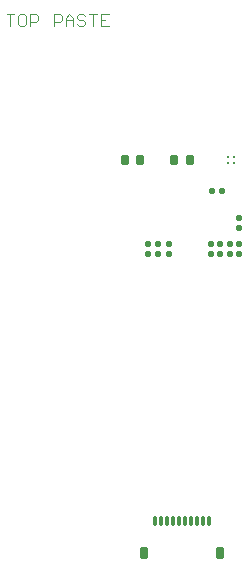
<source format=gtp>
G04*
G04 #@! TF.GenerationSoftware,Altium Limited,Altium Designer,21.3.1 (25)*
G04*
G04 Layer_Color=8421504*
%FSLAX25Y25*%
%MOIN*%
G70*
G04*
G04 #@! TF.SameCoordinates,17E3FC6B-7FA6-4A94-9312-BAE076C6F9B9*
G04*
G04*
G04 #@! TF.FilePolarity,Positive*
G04*
G01*
G75*
%ADD11C,0.00394*%
G04:AMPARAMS|DCode=13|XSize=31.5mil|YSize=27.56mil|CornerRadius=3.45mil|HoleSize=0mil|Usage=FLASHONLY|Rotation=270.000|XOffset=0mil|YOffset=0mil|HoleType=Round|Shape=RoundedRectangle|*
%AMROUNDEDRECTD13*
21,1,0.03150,0.02067,0,0,270.0*
21,1,0.02461,0.02756,0,0,270.0*
1,1,0.00689,-0.01034,-0.01230*
1,1,0.00689,-0.01034,0.01230*
1,1,0.00689,0.01034,0.01230*
1,1,0.00689,0.01034,-0.01230*
%
%ADD13ROUNDEDRECTD13*%
G04:AMPARAMS|DCode=14|XSize=20.47mil|YSize=20.47mil|CornerRadius=4.1mil|HoleSize=0mil|Usage=FLASHONLY|Rotation=270.000|XOffset=0mil|YOffset=0mil|HoleType=Round|Shape=RoundedRectangle|*
%AMROUNDEDRECTD14*
21,1,0.02047,0.01228,0,0,270.0*
21,1,0.01228,0.02047,0,0,270.0*
1,1,0.00819,-0.00614,-0.00614*
1,1,0.00819,-0.00614,0.00614*
1,1,0.00819,0.00614,0.00614*
1,1,0.00819,0.00614,-0.00614*
%
%ADD14ROUNDEDRECTD14*%
G04:AMPARAMS|DCode=15|XSize=20.47mil|YSize=20.47mil|CornerRadius=4.1mil|HoleSize=0mil|Usage=FLASHONLY|Rotation=180.000|XOffset=0mil|YOffset=0mil|HoleType=Round|Shape=RoundedRectangle|*
%AMROUNDEDRECTD15*
21,1,0.02047,0.01228,0,0,180.0*
21,1,0.01228,0.02047,0,0,180.0*
1,1,0.00819,-0.00614,0.00614*
1,1,0.00819,0.00614,0.00614*
1,1,0.00819,0.00614,-0.00614*
1,1,0.00819,-0.00614,-0.00614*
%
%ADD15ROUNDEDRECTD15*%
%ADD16C,0.00984*%
G04:AMPARAMS|DCode=17|XSize=11.81mil|YSize=31.5mil|CornerRadius=1.48mil|HoleSize=0mil|Usage=FLASHONLY|Rotation=0.000|XOffset=0mil|YOffset=0mil|HoleType=Round|Shape=RoundedRectangle|*
%AMROUNDEDRECTD17*
21,1,0.01181,0.02854,0,0,0.0*
21,1,0.00886,0.03150,0,0,0.0*
1,1,0.00295,0.00443,-0.01427*
1,1,0.00295,-0.00443,-0.01427*
1,1,0.00295,-0.00443,0.01427*
1,1,0.00295,0.00443,0.01427*
%
%ADD17ROUNDEDRECTD17*%
G04:AMPARAMS|DCode=18|XSize=23.62mil|YSize=39.37mil|CornerRadius=2.95mil|HoleSize=0mil|Usage=FLASHONLY|Rotation=0.000|XOffset=0mil|YOffset=0mil|HoleType=Round|Shape=RoundedRectangle|*
%AMROUNDEDRECTD18*
21,1,0.02362,0.03347,0,0,0.0*
21,1,0.01772,0.03937,0,0,0.0*
1,1,0.00591,0.00886,-0.01673*
1,1,0.00591,-0.00886,-0.01673*
1,1,0.00591,-0.00886,0.01673*
1,1,0.00591,0.00886,0.01673*
%
%ADD18ROUNDEDRECTD18*%
D11*
X465929Y789791D02*
X468553D01*
X467241D01*
Y785856D01*
X471833Y789791D02*
X470521D01*
X469865Y789136D01*
Y786512D01*
X470521Y785856D01*
X471833D01*
X472489Y786512D01*
Y789136D01*
X471833Y789791D01*
X473801Y785856D02*
Y789791D01*
X475769D01*
X476425Y789136D01*
Y787824D01*
X475769Y787168D01*
X473801D01*
X481672Y785856D02*
Y789791D01*
X483640D01*
X484296Y789136D01*
Y787824D01*
X483640Y787168D01*
X481672D01*
X485608Y785856D02*
Y788480D01*
X486920Y789791D01*
X488232Y788480D01*
Y785856D01*
Y787824D01*
X485608D01*
X492167Y789136D02*
X491511Y789791D01*
X490200D01*
X489544Y789136D01*
Y788480D01*
X490200Y787824D01*
X491511D01*
X492167Y787168D01*
Y786512D01*
X491511Y785856D01*
X490200D01*
X489544Y786512D01*
X493479Y789791D02*
X496103D01*
X494791D01*
Y785856D01*
X500039Y789791D02*
X497415D01*
Y785856D01*
X500039D01*
X497415Y787824D02*
X498727D01*
D13*
X526965Y741002D02*
D03*
X521846D02*
D03*
X510465D02*
D03*
X505346D02*
D03*
D14*
X537791Y730813D02*
D03*
X534484D02*
D03*
D15*
X537189Y709792D02*
D03*
X516532Y709868D02*
D03*
X534039Y709792D02*
D03*
X540339D02*
D03*
X543488D02*
D03*
X512988Y709868D02*
D03*
X520075D02*
D03*
X543303Y721837D02*
D03*
Y718530D02*
D03*
X516532Y713175D02*
D03*
X512988D02*
D03*
X540339Y713099D02*
D03*
X537189D02*
D03*
X520075Y713175D02*
D03*
X534039Y713099D02*
D03*
X543488D02*
D03*
D16*
X539921Y740018D02*
D03*
X541890D02*
D03*
Y741987D02*
D03*
X539921D02*
D03*
D17*
X515547Y620801D02*
D03*
X517516D02*
D03*
X519484D02*
D03*
X521453D02*
D03*
X523421D02*
D03*
X525390D02*
D03*
X527358D02*
D03*
X529327D02*
D03*
X531295D02*
D03*
X533264D02*
D03*
D18*
X511807Y610172D02*
D03*
X537004D02*
D03*
M02*

</source>
